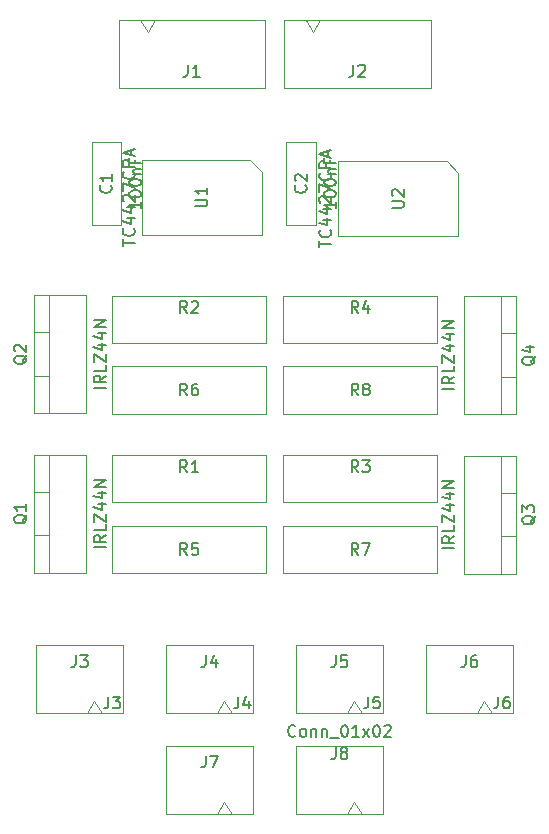
<source format=gbr>
G04 #@! TF.GenerationSoftware,KiCad,Pcbnew,5.1.10-88a1d61d58~90~ubuntu20.04.1*
G04 #@! TF.CreationDate,2022-01-16T20:59:39+00:00*
G04 #@! TF.ProjectId,hp_led_switch,68705f6c-6564-45f7-9377-697463682e6b,rev?*
G04 #@! TF.SameCoordinates,Original*
G04 #@! TF.FileFunction,Other,Fab,Top*
%FSLAX46Y46*%
G04 Gerber Fmt 4.6, Leading zero omitted, Abs format (unit mm)*
G04 Created by KiCad (PCBNEW 5.1.10-88a1d61d58~90~ubuntu20.04.1) date 2022-01-16 20:59:39*
%MOMM*%
%LPD*%
G01*
G04 APERTURE LIST*
%ADD10C,0.100000*%
%ADD11C,0.150000*%
G04 APERTURE END LIST*
D10*
X145669000Y-48498000D02*
X145669000Y-53848000D01*
X145669000Y-53848000D02*
X135509000Y-53848000D01*
X135509000Y-53848000D02*
X135509000Y-47498000D01*
X135509000Y-47498000D02*
X144669000Y-47498000D01*
X144669000Y-47498000D02*
X145669000Y-48498000D01*
X162306000Y-48625000D02*
X162306000Y-53975000D01*
X162306000Y-53975000D02*
X152146000Y-53975000D01*
X152146000Y-53975000D02*
X152146000Y-47625000D01*
X152146000Y-47625000D02*
X161306000Y-47625000D01*
X161306000Y-47625000D02*
X162306000Y-48625000D01*
X146000000Y-76500000D02*
X146000000Y-72500000D01*
X146000000Y-72500000D02*
X133000000Y-72500000D01*
X133000000Y-72500000D02*
X133000000Y-76500000D01*
X133000000Y-76500000D02*
X146000000Y-76500000D01*
X147750000Y-53000000D02*
X150250000Y-53000000D01*
X150250000Y-53000000D02*
X150250000Y-46000000D01*
X150250000Y-46000000D02*
X147750000Y-46000000D01*
X147750000Y-46000000D02*
X147750000Y-53000000D01*
X147500000Y-65000000D02*
X147500000Y-69000000D01*
X147500000Y-69000000D02*
X160500000Y-69000000D01*
X160500000Y-69000000D02*
X160500000Y-65000000D01*
X160500000Y-65000000D02*
X147500000Y-65000000D01*
X131250000Y-53000000D02*
X133750000Y-53000000D01*
X133750000Y-53000000D02*
X133750000Y-46000000D01*
X133750000Y-46000000D02*
X131250000Y-46000000D01*
X131250000Y-46000000D02*
X131250000Y-53000000D01*
X167150000Y-72540000D02*
X162750000Y-72540000D01*
X162750000Y-72540000D02*
X162750000Y-82540000D01*
X162750000Y-82540000D02*
X167150000Y-82540000D01*
X167150000Y-82540000D02*
X167150000Y-72540000D01*
X165880000Y-72540000D02*
X165880000Y-82540000D01*
X167150000Y-75690000D02*
X165880000Y-75690000D01*
X167150000Y-79390000D02*
X165880000Y-79390000D01*
X146000000Y-69000000D02*
X146000000Y-65000000D01*
X146000000Y-65000000D02*
X133000000Y-65000000D01*
X133000000Y-65000000D02*
X133000000Y-69000000D01*
X133000000Y-69000000D02*
X146000000Y-69000000D01*
X147500000Y-78500000D02*
X147500000Y-82500000D01*
X147500000Y-82500000D02*
X160500000Y-82500000D01*
X160500000Y-82500000D02*
X160500000Y-78500000D01*
X160500000Y-78500000D02*
X147500000Y-78500000D01*
X146000000Y-82500000D02*
X146000000Y-78500000D01*
X146000000Y-78500000D02*
X133000000Y-78500000D01*
X133000000Y-78500000D02*
X133000000Y-82500000D01*
X133000000Y-82500000D02*
X146000000Y-82500000D01*
X167150000Y-59040000D02*
X162750000Y-59040000D01*
X162750000Y-59040000D02*
X162750000Y-69040000D01*
X162750000Y-69040000D02*
X167150000Y-69040000D01*
X167150000Y-69040000D02*
X167150000Y-59040000D01*
X165880000Y-59040000D02*
X165880000Y-69040000D01*
X167150000Y-62190000D02*
X165880000Y-62190000D01*
X167150000Y-65890000D02*
X165880000Y-65890000D01*
X126350000Y-68960000D02*
X130750000Y-68960000D01*
X130750000Y-68960000D02*
X130750000Y-58960000D01*
X130750000Y-58960000D02*
X126350000Y-58960000D01*
X126350000Y-58960000D02*
X126350000Y-68960000D01*
X127620000Y-68960000D02*
X127620000Y-58960000D01*
X126350000Y-65810000D02*
X127620000Y-65810000D01*
X126350000Y-62110000D02*
X127620000Y-62110000D01*
X126350000Y-82460000D02*
X130750000Y-82460000D01*
X130750000Y-82460000D02*
X130750000Y-72460000D01*
X130750000Y-72460000D02*
X126350000Y-72460000D01*
X126350000Y-72460000D02*
X126350000Y-82460000D01*
X127620000Y-82460000D02*
X127620000Y-72460000D01*
X126350000Y-79310000D02*
X127620000Y-79310000D01*
X126350000Y-75610000D02*
X127620000Y-75610000D01*
X155950000Y-102850000D02*
X155950000Y-97100000D01*
X155950000Y-97100000D02*
X148550000Y-97100000D01*
X148550000Y-97100000D02*
X148550000Y-102850000D01*
X148550000Y-102850000D02*
X155950000Y-102850000D01*
X154125000Y-102850000D02*
X153500000Y-101850000D01*
X153500000Y-101850000D02*
X152875000Y-102850000D01*
X166950000Y-94350000D02*
X166950000Y-88600000D01*
X166950000Y-88600000D02*
X159550000Y-88600000D01*
X159550000Y-88600000D02*
X159550000Y-94350000D01*
X159550000Y-94350000D02*
X166950000Y-94350000D01*
X165125000Y-94350000D02*
X164500000Y-93350000D01*
X164500000Y-93350000D02*
X163875000Y-94350000D01*
X147500000Y-72500000D02*
X147500000Y-76500000D01*
X147500000Y-76500000D02*
X160500000Y-76500000D01*
X160500000Y-76500000D02*
X160500000Y-72500000D01*
X160500000Y-72500000D02*
X147500000Y-72500000D01*
X146000000Y-63000000D02*
X146000000Y-59000000D01*
X146000000Y-59000000D02*
X133000000Y-59000000D01*
X133000000Y-59000000D02*
X133000000Y-63000000D01*
X133000000Y-63000000D02*
X146000000Y-63000000D01*
X147500000Y-59000000D02*
X147500000Y-63000000D01*
X147500000Y-63000000D02*
X160500000Y-63000000D01*
X160500000Y-63000000D02*
X160500000Y-59000000D01*
X160500000Y-59000000D02*
X147500000Y-59000000D01*
X142500000Y-101850000D02*
X141875000Y-102850000D01*
X143125000Y-102850000D02*
X142500000Y-101850000D01*
X137550000Y-102850000D02*
X144950000Y-102850000D01*
X137550000Y-97100000D02*
X137550000Y-102850000D01*
X144950000Y-97100000D02*
X137550000Y-97100000D01*
X144950000Y-102850000D02*
X144950000Y-97100000D01*
X144950000Y-94350000D02*
X144950000Y-88600000D01*
X144950000Y-88600000D02*
X137550000Y-88600000D01*
X137550000Y-88600000D02*
X137550000Y-94350000D01*
X137550000Y-94350000D02*
X144950000Y-94350000D01*
X143125000Y-94350000D02*
X142500000Y-93350000D01*
X142500000Y-93350000D02*
X141875000Y-94350000D01*
X155950000Y-94350000D02*
X155950000Y-88600000D01*
X155950000Y-88600000D02*
X148550000Y-88600000D01*
X148550000Y-88600000D02*
X148550000Y-94350000D01*
X148550000Y-94350000D02*
X155950000Y-94350000D01*
X154125000Y-94350000D02*
X153500000Y-93350000D01*
X153500000Y-93350000D02*
X152875000Y-94350000D01*
X133950000Y-94350000D02*
X133950000Y-88600000D01*
X133950000Y-88600000D02*
X126550000Y-88600000D01*
X126550000Y-88600000D02*
X126550000Y-94350000D01*
X126550000Y-94350000D02*
X133950000Y-94350000D01*
X132125000Y-94350000D02*
X131500000Y-93350000D01*
X131500000Y-93350000D02*
X130875000Y-94350000D01*
X150000000Y-36650000D02*
X150625000Y-35650000D01*
X149375000Y-35650000D02*
X150000000Y-36650000D01*
X159950000Y-35650000D02*
X147550000Y-35650000D01*
X159950000Y-41400000D02*
X159950000Y-35650000D01*
X147550000Y-41400000D02*
X159950000Y-41400000D01*
X147550000Y-35650000D02*
X147550000Y-41400000D01*
X136000000Y-36650000D02*
X136625000Y-35650000D01*
X135375000Y-35650000D02*
X136000000Y-36650000D01*
X145950000Y-35650000D02*
X133550000Y-35650000D01*
X145950000Y-41400000D02*
X145950000Y-35650000D01*
X133550000Y-41400000D02*
X145950000Y-41400000D01*
X133550000Y-35650000D02*
X133550000Y-41400000D01*
D11*
X133901380Y-54792047D02*
X133901380Y-54220619D01*
X134901380Y-54506333D02*
X133901380Y-54506333D01*
X134806142Y-53315857D02*
X134853761Y-53363476D01*
X134901380Y-53506333D01*
X134901380Y-53601571D01*
X134853761Y-53744428D01*
X134758523Y-53839666D01*
X134663285Y-53887285D01*
X134472809Y-53934904D01*
X134329952Y-53934904D01*
X134139476Y-53887285D01*
X134044238Y-53839666D01*
X133949000Y-53744428D01*
X133901380Y-53601571D01*
X133901380Y-53506333D01*
X133949000Y-53363476D01*
X133996619Y-53315857D01*
X134234714Y-52458714D02*
X134901380Y-52458714D01*
X133853761Y-52696809D02*
X134568047Y-52934904D01*
X134568047Y-52315857D01*
X134234714Y-51506333D02*
X134901380Y-51506333D01*
X133853761Y-51744428D02*
X134568047Y-51982523D01*
X134568047Y-51363476D01*
X133996619Y-51030142D02*
X133949000Y-50982523D01*
X133901380Y-50887285D01*
X133901380Y-50649190D01*
X133949000Y-50553952D01*
X133996619Y-50506333D01*
X134091857Y-50458714D01*
X134187095Y-50458714D01*
X134329952Y-50506333D01*
X134901380Y-51077761D01*
X134901380Y-50458714D01*
X133901380Y-50125380D02*
X133901380Y-49458714D01*
X134901380Y-49887285D01*
X134806142Y-48506333D02*
X134853761Y-48553952D01*
X134901380Y-48696809D01*
X134901380Y-48792047D01*
X134853761Y-48934904D01*
X134758523Y-49030142D01*
X134663285Y-49077761D01*
X134472809Y-49125380D01*
X134329952Y-49125380D01*
X134139476Y-49077761D01*
X134044238Y-49030142D01*
X133949000Y-48934904D01*
X133901380Y-48792047D01*
X133901380Y-48696809D01*
X133949000Y-48553952D01*
X133996619Y-48506333D01*
X134901380Y-48077761D02*
X133901380Y-48077761D01*
X133901380Y-47696809D01*
X133949000Y-47601571D01*
X133996619Y-47553952D01*
X134091857Y-47506333D01*
X134234714Y-47506333D01*
X134329952Y-47553952D01*
X134377571Y-47601571D01*
X134425190Y-47696809D01*
X134425190Y-48077761D01*
X134615666Y-47125380D02*
X134615666Y-46649190D01*
X134901380Y-47220619D02*
X133901380Y-46887285D01*
X134901380Y-46553952D01*
X140041380Y-51434904D02*
X140850904Y-51434904D01*
X140946142Y-51387285D01*
X140993761Y-51339666D01*
X141041380Y-51244428D01*
X141041380Y-51053952D01*
X140993761Y-50958714D01*
X140946142Y-50911095D01*
X140850904Y-50863476D01*
X140041380Y-50863476D01*
X141041380Y-49863476D02*
X141041380Y-50434904D01*
X141041380Y-50149190D02*
X140041380Y-50149190D01*
X140184238Y-50244428D01*
X140279476Y-50339666D01*
X140327095Y-50434904D01*
X150538380Y-54919047D02*
X150538380Y-54347619D01*
X151538380Y-54633333D02*
X150538380Y-54633333D01*
X151443142Y-53442857D02*
X151490761Y-53490476D01*
X151538380Y-53633333D01*
X151538380Y-53728571D01*
X151490761Y-53871428D01*
X151395523Y-53966666D01*
X151300285Y-54014285D01*
X151109809Y-54061904D01*
X150966952Y-54061904D01*
X150776476Y-54014285D01*
X150681238Y-53966666D01*
X150586000Y-53871428D01*
X150538380Y-53728571D01*
X150538380Y-53633333D01*
X150586000Y-53490476D01*
X150633619Y-53442857D01*
X150871714Y-52585714D02*
X151538380Y-52585714D01*
X150490761Y-52823809D02*
X151205047Y-53061904D01*
X151205047Y-52442857D01*
X150871714Y-51633333D02*
X151538380Y-51633333D01*
X150490761Y-51871428D02*
X151205047Y-52109523D01*
X151205047Y-51490476D01*
X150633619Y-51157142D02*
X150586000Y-51109523D01*
X150538380Y-51014285D01*
X150538380Y-50776190D01*
X150586000Y-50680952D01*
X150633619Y-50633333D01*
X150728857Y-50585714D01*
X150824095Y-50585714D01*
X150966952Y-50633333D01*
X151538380Y-51204761D01*
X151538380Y-50585714D01*
X150538380Y-50252380D02*
X150538380Y-49585714D01*
X151538380Y-50014285D01*
X151443142Y-48633333D02*
X151490761Y-48680952D01*
X151538380Y-48823809D01*
X151538380Y-48919047D01*
X151490761Y-49061904D01*
X151395523Y-49157142D01*
X151300285Y-49204761D01*
X151109809Y-49252380D01*
X150966952Y-49252380D01*
X150776476Y-49204761D01*
X150681238Y-49157142D01*
X150586000Y-49061904D01*
X150538380Y-48919047D01*
X150538380Y-48823809D01*
X150586000Y-48680952D01*
X150633619Y-48633333D01*
X151538380Y-48204761D02*
X150538380Y-48204761D01*
X150538380Y-47823809D01*
X150586000Y-47728571D01*
X150633619Y-47680952D01*
X150728857Y-47633333D01*
X150871714Y-47633333D01*
X150966952Y-47680952D01*
X151014571Y-47728571D01*
X151062190Y-47823809D01*
X151062190Y-48204761D01*
X151252666Y-47252380D02*
X151252666Y-46776190D01*
X151538380Y-47347619D02*
X150538380Y-47014285D01*
X151538380Y-46680952D01*
X156678380Y-51561904D02*
X157487904Y-51561904D01*
X157583142Y-51514285D01*
X157630761Y-51466666D01*
X157678380Y-51371428D01*
X157678380Y-51180952D01*
X157630761Y-51085714D01*
X157583142Y-51038095D01*
X157487904Y-50990476D01*
X156678380Y-50990476D01*
X156773619Y-50561904D02*
X156726000Y-50514285D01*
X156678380Y-50419047D01*
X156678380Y-50180952D01*
X156726000Y-50085714D01*
X156773619Y-50038095D01*
X156868857Y-49990476D01*
X156964095Y-49990476D01*
X157106952Y-50038095D01*
X157678380Y-50609523D01*
X157678380Y-49990476D01*
X139333333Y-73952380D02*
X139000000Y-73476190D01*
X138761904Y-73952380D02*
X138761904Y-72952380D01*
X139142857Y-72952380D01*
X139238095Y-73000000D01*
X139285714Y-73047619D01*
X139333333Y-73142857D01*
X139333333Y-73285714D01*
X139285714Y-73380952D01*
X139238095Y-73428571D01*
X139142857Y-73476190D01*
X138761904Y-73476190D01*
X140285714Y-73952380D02*
X139714285Y-73952380D01*
X140000000Y-73952380D02*
X140000000Y-72952380D01*
X139904761Y-73095238D01*
X139809523Y-73190476D01*
X139714285Y-73238095D01*
X151952380Y-51047619D02*
X151952380Y-51619047D01*
X151952380Y-51333333D02*
X150952380Y-51333333D01*
X151095238Y-51428571D01*
X151190476Y-51523809D01*
X151238095Y-51619047D01*
X150952380Y-50428571D02*
X150952380Y-50333333D01*
X151000000Y-50238095D01*
X151047619Y-50190476D01*
X151142857Y-50142857D01*
X151333333Y-50095238D01*
X151571428Y-50095238D01*
X151761904Y-50142857D01*
X151857142Y-50190476D01*
X151904761Y-50238095D01*
X151952380Y-50333333D01*
X151952380Y-50428571D01*
X151904761Y-50523809D01*
X151857142Y-50571428D01*
X151761904Y-50619047D01*
X151571428Y-50666666D01*
X151333333Y-50666666D01*
X151142857Y-50619047D01*
X151047619Y-50571428D01*
X151000000Y-50523809D01*
X150952380Y-50428571D01*
X150952380Y-49476190D02*
X150952380Y-49380952D01*
X151000000Y-49285714D01*
X151047619Y-49238095D01*
X151142857Y-49190476D01*
X151333333Y-49142857D01*
X151571428Y-49142857D01*
X151761904Y-49190476D01*
X151857142Y-49238095D01*
X151904761Y-49285714D01*
X151952380Y-49380952D01*
X151952380Y-49476190D01*
X151904761Y-49571428D01*
X151857142Y-49619047D01*
X151761904Y-49666666D01*
X151571428Y-49714285D01*
X151333333Y-49714285D01*
X151142857Y-49666666D01*
X151047619Y-49619047D01*
X151000000Y-49571428D01*
X150952380Y-49476190D01*
X151285714Y-48714285D02*
X151952380Y-48714285D01*
X151380952Y-48714285D02*
X151333333Y-48666666D01*
X151285714Y-48571428D01*
X151285714Y-48428571D01*
X151333333Y-48333333D01*
X151428571Y-48285714D01*
X151952380Y-48285714D01*
X151428571Y-47476190D02*
X151428571Y-47809523D01*
X151952380Y-47809523D02*
X150952380Y-47809523D01*
X150952380Y-47333333D01*
X149357142Y-49666666D02*
X149404761Y-49714285D01*
X149452380Y-49857142D01*
X149452380Y-49952380D01*
X149404761Y-50095238D01*
X149309523Y-50190476D01*
X149214285Y-50238095D01*
X149023809Y-50285714D01*
X148880952Y-50285714D01*
X148690476Y-50238095D01*
X148595238Y-50190476D01*
X148500000Y-50095238D01*
X148452380Y-49952380D01*
X148452380Y-49857142D01*
X148500000Y-49714285D01*
X148547619Y-49666666D01*
X148547619Y-49285714D02*
X148500000Y-49238095D01*
X148452380Y-49142857D01*
X148452380Y-48904761D01*
X148500000Y-48809523D01*
X148547619Y-48761904D01*
X148642857Y-48714285D01*
X148738095Y-48714285D01*
X148880952Y-48761904D01*
X149452380Y-49333333D01*
X149452380Y-48714285D01*
X153833333Y-67452380D02*
X153500000Y-66976190D01*
X153261904Y-67452380D02*
X153261904Y-66452380D01*
X153642857Y-66452380D01*
X153738095Y-66500000D01*
X153785714Y-66547619D01*
X153833333Y-66642857D01*
X153833333Y-66785714D01*
X153785714Y-66880952D01*
X153738095Y-66928571D01*
X153642857Y-66976190D01*
X153261904Y-66976190D01*
X154404761Y-66880952D02*
X154309523Y-66833333D01*
X154261904Y-66785714D01*
X154214285Y-66690476D01*
X154214285Y-66642857D01*
X154261904Y-66547619D01*
X154309523Y-66500000D01*
X154404761Y-66452380D01*
X154595238Y-66452380D01*
X154690476Y-66500000D01*
X154738095Y-66547619D01*
X154785714Y-66642857D01*
X154785714Y-66690476D01*
X154738095Y-66785714D01*
X154690476Y-66833333D01*
X154595238Y-66880952D01*
X154404761Y-66880952D01*
X154309523Y-66928571D01*
X154261904Y-66976190D01*
X154214285Y-67071428D01*
X154214285Y-67261904D01*
X154261904Y-67357142D01*
X154309523Y-67404761D01*
X154404761Y-67452380D01*
X154595238Y-67452380D01*
X154690476Y-67404761D01*
X154738095Y-67357142D01*
X154785714Y-67261904D01*
X154785714Y-67071428D01*
X154738095Y-66976190D01*
X154690476Y-66928571D01*
X154595238Y-66880952D01*
X135452380Y-51047619D02*
X135452380Y-51619047D01*
X135452380Y-51333333D02*
X134452380Y-51333333D01*
X134595238Y-51428571D01*
X134690476Y-51523809D01*
X134738095Y-51619047D01*
X134452380Y-50428571D02*
X134452380Y-50333333D01*
X134500000Y-50238095D01*
X134547619Y-50190476D01*
X134642857Y-50142857D01*
X134833333Y-50095238D01*
X135071428Y-50095238D01*
X135261904Y-50142857D01*
X135357142Y-50190476D01*
X135404761Y-50238095D01*
X135452380Y-50333333D01*
X135452380Y-50428571D01*
X135404761Y-50523809D01*
X135357142Y-50571428D01*
X135261904Y-50619047D01*
X135071428Y-50666666D01*
X134833333Y-50666666D01*
X134642857Y-50619047D01*
X134547619Y-50571428D01*
X134500000Y-50523809D01*
X134452380Y-50428571D01*
X134452380Y-49476190D02*
X134452380Y-49380952D01*
X134500000Y-49285714D01*
X134547619Y-49238095D01*
X134642857Y-49190476D01*
X134833333Y-49142857D01*
X135071428Y-49142857D01*
X135261904Y-49190476D01*
X135357142Y-49238095D01*
X135404761Y-49285714D01*
X135452380Y-49380952D01*
X135452380Y-49476190D01*
X135404761Y-49571428D01*
X135357142Y-49619047D01*
X135261904Y-49666666D01*
X135071428Y-49714285D01*
X134833333Y-49714285D01*
X134642857Y-49666666D01*
X134547619Y-49619047D01*
X134500000Y-49571428D01*
X134452380Y-49476190D01*
X134785714Y-48714285D02*
X135452380Y-48714285D01*
X134880952Y-48714285D02*
X134833333Y-48666666D01*
X134785714Y-48571428D01*
X134785714Y-48428571D01*
X134833333Y-48333333D01*
X134928571Y-48285714D01*
X135452380Y-48285714D01*
X134928571Y-47476190D02*
X134928571Y-47809523D01*
X135452380Y-47809523D02*
X134452380Y-47809523D01*
X134452380Y-47333333D01*
X132857142Y-49666666D02*
X132904761Y-49714285D01*
X132952380Y-49857142D01*
X132952380Y-49952380D01*
X132904761Y-50095238D01*
X132809523Y-50190476D01*
X132714285Y-50238095D01*
X132523809Y-50285714D01*
X132380952Y-50285714D01*
X132190476Y-50238095D01*
X132095238Y-50190476D01*
X132000000Y-50095238D01*
X131952380Y-49952380D01*
X131952380Y-49857142D01*
X132000000Y-49714285D01*
X132047619Y-49666666D01*
X132952380Y-48714285D02*
X132952380Y-49285714D01*
X132952380Y-49000000D02*
X131952380Y-49000000D01*
X132095238Y-49095238D01*
X132190476Y-49190476D01*
X132238095Y-49285714D01*
X161952380Y-80397142D02*
X160952380Y-80397142D01*
X161952380Y-79349523D02*
X161476190Y-79682857D01*
X161952380Y-79920952D02*
X160952380Y-79920952D01*
X160952380Y-79540000D01*
X161000000Y-79444761D01*
X161047619Y-79397142D01*
X161142857Y-79349523D01*
X161285714Y-79349523D01*
X161380952Y-79397142D01*
X161428571Y-79444761D01*
X161476190Y-79540000D01*
X161476190Y-79920952D01*
X161952380Y-78444761D02*
X161952380Y-78920952D01*
X160952380Y-78920952D01*
X160952380Y-78206666D02*
X160952380Y-77540000D01*
X161952380Y-78206666D01*
X161952380Y-77540000D01*
X161285714Y-76730476D02*
X161952380Y-76730476D01*
X160904761Y-76968571D02*
X161619047Y-77206666D01*
X161619047Y-76587619D01*
X161285714Y-75778095D02*
X161952380Y-75778095D01*
X160904761Y-76016190D02*
X161619047Y-76254285D01*
X161619047Y-75635238D01*
X161952380Y-75254285D02*
X160952380Y-75254285D01*
X161952380Y-74682857D01*
X160952380Y-74682857D01*
X168817619Y-77635238D02*
X168770000Y-77730476D01*
X168674761Y-77825714D01*
X168531904Y-77968571D01*
X168484285Y-78063809D01*
X168484285Y-78159047D01*
X168722380Y-78111428D02*
X168674761Y-78206666D01*
X168579523Y-78301904D01*
X168389047Y-78349523D01*
X168055714Y-78349523D01*
X167865238Y-78301904D01*
X167770000Y-78206666D01*
X167722380Y-78111428D01*
X167722380Y-77920952D01*
X167770000Y-77825714D01*
X167865238Y-77730476D01*
X168055714Y-77682857D01*
X168389047Y-77682857D01*
X168579523Y-77730476D01*
X168674761Y-77825714D01*
X168722380Y-77920952D01*
X168722380Y-78111428D01*
X167722380Y-77349523D02*
X167722380Y-76730476D01*
X168103333Y-77063809D01*
X168103333Y-76920952D01*
X168150952Y-76825714D01*
X168198571Y-76778095D01*
X168293809Y-76730476D01*
X168531904Y-76730476D01*
X168627142Y-76778095D01*
X168674761Y-76825714D01*
X168722380Y-76920952D01*
X168722380Y-77206666D01*
X168674761Y-77301904D01*
X168627142Y-77349523D01*
X139333333Y-67452380D02*
X139000000Y-66976190D01*
X138761904Y-67452380D02*
X138761904Y-66452380D01*
X139142857Y-66452380D01*
X139238095Y-66500000D01*
X139285714Y-66547619D01*
X139333333Y-66642857D01*
X139333333Y-66785714D01*
X139285714Y-66880952D01*
X139238095Y-66928571D01*
X139142857Y-66976190D01*
X138761904Y-66976190D01*
X140190476Y-66452380D02*
X140000000Y-66452380D01*
X139904761Y-66500000D01*
X139857142Y-66547619D01*
X139761904Y-66690476D01*
X139714285Y-66880952D01*
X139714285Y-67261904D01*
X139761904Y-67357142D01*
X139809523Y-67404761D01*
X139904761Y-67452380D01*
X140095238Y-67452380D01*
X140190476Y-67404761D01*
X140238095Y-67357142D01*
X140285714Y-67261904D01*
X140285714Y-67023809D01*
X140238095Y-66928571D01*
X140190476Y-66880952D01*
X140095238Y-66833333D01*
X139904761Y-66833333D01*
X139809523Y-66880952D01*
X139761904Y-66928571D01*
X139714285Y-67023809D01*
X153833333Y-80952380D02*
X153500000Y-80476190D01*
X153261904Y-80952380D02*
X153261904Y-79952380D01*
X153642857Y-79952380D01*
X153738095Y-80000000D01*
X153785714Y-80047619D01*
X153833333Y-80142857D01*
X153833333Y-80285714D01*
X153785714Y-80380952D01*
X153738095Y-80428571D01*
X153642857Y-80476190D01*
X153261904Y-80476190D01*
X154166666Y-79952380D02*
X154833333Y-79952380D01*
X154404761Y-80952380D01*
X139333333Y-80952380D02*
X139000000Y-80476190D01*
X138761904Y-80952380D02*
X138761904Y-79952380D01*
X139142857Y-79952380D01*
X139238095Y-80000000D01*
X139285714Y-80047619D01*
X139333333Y-80142857D01*
X139333333Y-80285714D01*
X139285714Y-80380952D01*
X139238095Y-80428571D01*
X139142857Y-80476190D01*
X138761904Y-80476190D01*
X140238095Y-79952380D02*
X139761904Y-79952380D01*
X139714285Y-80428571D01*
X139761904Y-80380952D01*
X139857142Y-80333333D01*
X140095238Y-80333333D01*
X140190476Y-80380952D01*
X140238095Y-80428571D01*
X140285714Y-80523809D01*
X140285714Y-80761904D01*
X140238095Y-80857142D01*
X140190476Y-80904761D01*
X140095238Y-80952380D01*
X139857142Y-80952380D01*
X139761904Y-80904761D01*
X139714285Y-80857142D01*
X161952380Y-66897142D02*
X160952380Y-66897142D01*
X161952380Y-65849523D02*
X161476190Y-66182857D01*
X161952380Y-66420952D02*
X160952380Y-66420952D01*
X160952380Y-66040000D01*
X161000000Y-65944761D01*
X161047619Y-65897142D01*
X161142857Y-65849523D01*
X161285714Y-65849523D01*
X161380952Y-65897142D01*
X161428571Y-65944761D01*
X161476190Y-66040000D01*
X161476190Y-66420952D01*
X161952380Y-64944761D02*
X161952380Y-65420952D01*
X160952380Y-65420952D01*
X160952380Y-64706666D02*
X160952380Y-64040000D01*
X161952380Y-64706666D01*
X161952380Y-64040000D01*
X161285714Y-63230476D02*
X161952380Y-63230476D01*
X160904761Y-63468571D02*
X161619047Y-63706666D01*
X161619047Y-63087619D01*
X161285714Y-62278095D02*
X161952380Y-62278095D01*
X160904761Y-62516190D02*
X161619047Y-62754285D01*
X161619047Y-62135238D01*
X161952380Y-61754285D02*
X160952380Y-61754285D01*
X161952380Y-61182857D01*
X160952380Y-61182857D01*
X168817619Y-64135238D02*
X168770000Y-64230476D01*
X168674761Y-64325714D01*
X168531904Y-64468571D01*
X168484285Y-64563809D01*
X168484285Y-64659047D01*
X168722380Y-64611428D02*
X168674761Y-64706666D01*
X168579523Y-64801904D01*
X168389047Y-64849523D01*
X168055714Y-64849523D01*
X167865238Y-64801904D01*
X167770000Y-64706666D01*
X167722380Y-64611428D01*
X167722380Y-64420952D01*
X167770000Y-64325714D01*
X167865238Y-64230476D01*
X168055714Y-64182857D01*
X168389047Y-64182857D01*
X168579523Y-64230476D01*
X168674761Y-64325714D01*
X168722380Y-64420952D01*
X168722380Y-64611428D01*
X168055714Y-63325714D02*
X168722380Y-63325714D01*
X167674761Y-63563809D02*
X168389047Y-63801904D01*
X168389047Y-63182857D01*
X132452380Y-66817142D02*
X131452380Y-66817142D01*
X132452380Y-65769523D02*
X131976190Y-66102857D01*
X132452380Y-66340952D02*
X131452380Y-66340952D01*
X131452380Y-65960000D01*
X131500000Y-65864761D01*
X131547619Y-65817142D01*
X131642857Y-65769523D01*
X131785714Y-65769523D01*
X131880952Y-65817142D01*
X131928571Y-65864761D01*
X131976190Y-65960000D01*
X131976190Y-66340952D01*
X132452380Y-64864761D02*
X132452380Y-65340952D01*
X131452380Y-65340952D01*
X131452380Y-64626666D02*
X131452380Y-63960000D01*
X132452380Y-64626666D01*
X132452380Y-63960000D01*
X131785714Y-63150476D02*
X132452380Y-63150476D01*
X131404761Y-63388571D02*
X132119047Y-63626666D01*
X132119047Y-63007619D01*
X131785714Y-62198095D02*
X132452380Y-62198095D01*
X131404761Y-62436190D02*
X132119047Y-62674285D01*
X132119047Y-62055238D01*
X132452380Y-61674285D02*
X131452380Y-61674285D01*
X132452380Y-61102857D01*
X131452380Y-61102857D01*
X125777619Y-64055238D02*
X125730000Y-64150476D01*
X125634761Y-64245714D01*
X125491904Y-64388571D01*
X125444285Y-64483809D01*
X125444285Y-64579047D01*
X125682380Y-64531428D02*
X125634761Y-64626666D01*
X125539523Y-64721904D01*
X125349047Y-64769523D01*
X125015714Y-64769523D01*
X124825238Y-64721904D01*
X124730000Y-64626666D01*
X124682380Y-64531428D01*
X124682380Y-64340952D01*
X124730000Y-64245714D01*
X124825238Y-64150476D01*
X125015714Y-64102857D01*
X125349047Y-64102857D01*
X125539523Y-64150476D01*
X125634761Y-64245714D01*
X125682380Y-64340952D01*
X125682380Y-64531428D01*
X124777619Y-63721904D02*
X124730000Y-63674285D01*
X124682380Y-63579047D01*
X124682380Y-63340952D01*
X124730000Y-63245714D01*
X124777619Y-63198095D01*
X124872857Y-63150476D01*
X124968095Y-63150476D01*
X125110952Y-63198095D01*
X125682380Y-63769523D01*
X125682380Y-63150476D01*
X132452380Y-80317142D02*
X131452380Y-80317142D01*
X132452380Y-79269523D02*
X131976190Y-79602857D01*
X132452380Y-79840952D02*
X131452380Y-79840952D01*
X131452380Y-79460000D01*
X131500000Y-79364761D01*
X131547619Y-79317142D01*
X131642857Y-79269523D01*
X131785714Y-79269523D01*
X131880952Y-79317142D01*
X131928571Y-79364761D01*
X131976190Y-79460000D01*
X131976190Y-79840952D01*
X132452380Y-78364761D02*
X132452380Y-78840952D01*
X131452380Y-78840952D01*
X131452380Y-78126666D02*
X131452380Y-77460000D01*
X132452380Y-78126666D01*
X132452380Y-77460000D01*
X131785714Y-76650476D02*
X132452380Y-76650476D01*
X131404761Y-76888571D02*
X132119047Y-77126666D01*
X132119047Y-76507619D01*
X131785714Y-75698095D02*
X132452380Y-75698095D01*
X131404761Y-75936190D02*
X132119047Y-76174285D01*
X132119047Y-75555238D01*
X132452380Y-75174285D02*
X131452380Y-75174285D01*
X132452380Y-74602857D01*
X131452380Y-74602857D01*
X125777619Y-77555238D02*
X125730000Y-77650476D01*
X125634761Y-77745714D01*
X125491904Y-77888571D01*
X125444285Y-77983809D01*
X125444285Y-78079047D01*
X125682380Y-78031428D02*
X125634761Y-78126666D01*
X125539523Y-78221904D01*
X125349047Y-78269523D01*
X125015714Y-78269523D01*
X124825238Y-78221904D01*
X124730000Y-78126666D01*
X124682380Y-78031428D01*
X124682380Y-77840952D01*
X124730000Y-77745714D01*
X124825238Y-77650476D01*
X125015714Y-77602857D01*
X125349047Y-77602857D01*
X125539523Y-77650476D01*
X125634761Y-77745714D01*
X125682380Y-77840952D01*
X125682380Y-78031428D01*
X125682380Y-76650476D02*
X125682380Y-77221904D01*
X125682380Y-76936190D02*
X124682380Y-76936190D01*
X124825238Y-77031428D01*
X124920476Y-77126666D01*
X124968095Y-77221904D01*
X148511904Y-96257142D02*
X148464285Y-96304761D01*
X148321428Y-96352380D01*
X148226190Y-96352380D01*
X148083333Y-96304761D01*
X147988095Y-96209523D01*
X147940476Y-96114285D01*
X147892857Y-95923809D01*
X147892857Y-95780952D01*
X147940476Y-95590476D01*
X147988095Y-95495238D01*
X148083333Y-95400000D01*
X148226190Y-95352380D01*
X148321428Y-95352380D01*
X148464285Y-95400000D01*
X148511904Y-95447619D01*
X149083333Y-96352380D02*
X148988095Y-96304761D01*
X148940476Y-96257142D01*
X148892857Y-96161904D01*
X148892857Y-95876190D01*
X148940476Y-95780952D01*
X148988095Y-95733333D01*
X149083333Y-95685714D01*
X149226190Y-95685714D01*
X149321428Y-95733333D01*
X149369047Y-95780952D01*
X149416666Y-95876190D01*
X149416666Y-96161904D01*
X149369047Y-96257142D01*
X149321428Y-96304761D01*
X149226190Y-96352380D01*
X149083333Y-96352380D01*
X149845238Y-95685714D02*
X149845238Y-96352380D01*
X149845238Y-95780952D02*
X149892857Y-95733333D01*
X149988095Y-95685714D01*
X150130952Y-95685714D01*
X150226190Y-95733333D01*
X150273809Y-95828571D01*
X150273809Y-96352380D01*
X150750000Y-95685714D02*
X150750000Y-96352380D01*
X150750000Y-95780952D02*
X150797619Y-95733333D01*
X150892857Y-95685714D01*
X151035714Y-95685714D01*
X151130952Y-95733333D01*
X151178571Y-95828571D01*
X151178571Y-96352380D01*
X151416666Y-96447619D02*
X152178571Y-96447619D01*
X152607142Y-95352380D02*
X152702380Y-95352380D01*
X152797619Y-95400000D01*
X152845238Y-95447619D01*
X152892857Y-95542857D01*
X152940476Y-95733333D01*
X152940476Y-95971428D01*
X152892857Y-96161904D01*
X152845238Y-96257142D01*
X152797619Y-96304761D01*
X152702380Y-96352380D01*
X152607142Y-96352380D01*
X152511904Y-96304761D01*
X152464285Y-96257142D01*
X152416666Y-96161904D01*
X152369047Y-95971428D01*
X152369047Y-95733333D01*
X152416666Y-95542857D01*
X152464285Y-95447619D01*
X152511904Y-95400000D01*
X152607142Y-95352380D01*
X153892857Y-96352380D02*
X153321428Y-96352380D01*
X153607142Y-96352380D02*
X153607142Y-95352380D01*
X153511904Y-95495238D01*
X153416666Y-95590476D01*
X153321428Y-95638095D01*
X154226190Y-96352380D02*
X154750000Y-95685714D01*
X154226190Y-95685714D02*
X154750000Y-96352380D01*
X155321428Y-95352380D02*
X155416666Y-95352380D01*
X155511904Y-95400000D01*
X155559523Y-95447619D01*
X155607142Y-95542857D01*
X155654761Y-95733333D01*
X155654761Y-95971428D01*
X155607142Y-96161904D01*
X155559523Y-96257142D01*
X155511904Y-96304761D01*
X155416666Y-96352380D01*
X155321428Y-96352380D01*
X155226190Y-96304761D01*
X155178571Y-96257142D01*
X155130952Y-96161904D01*
X155083333Y-95971428D01*
X155083333Y-95733333D01*
X155130952Y-95542857D01*
X155178571Y-95447619D01*
X155226190Y-95400000D01*
X155321428Y-95352380D01*
X156035714Y-95447619D02*
X156083333Y-95400000D01*
X156178571Y-95352380D01*
X156416666Y-95352380D01*
X156511904Y-95400000D01*
X156559523Y-95447619D01*
X156607142Y-95542857D01*
X156607142Y-95638095D01*
X156559523Y-95780952D01*
X155988095Y-96352380D01*
X156607142Y-96352380D01*
X151916666Y-97252380D02*
X151916666Y-97966666D01*
X151869047Y-98109523D01*
X151773809Y-98204761D01*
X151630952Y-98252380D01*
X151535714Y-98252380D01*
X152535714Y-97680952D02*
X152440476Y-97633333D01*
X152392857Y-97585714D01*
X152345238Y-97490476D01*
X152345238Y-97442857D01*
X152392857Y-97347619D01*
X152440476Y-97300000D01*
X152535714Y-97252380D01*
X152726190Y-97252380D01*
X152821428Y-97300000D01*
X152869047Y-97347619D01*
X152916666Y-97442857D01*
X152916666Y-97490476D01*
X152869047Y-97585714D01*
X152821428Y-97633333D01*
X152726190Y-97680952D01*
X152535714Y-97680952D01*
X152440476Y-97728571D01*
X152392857Y-97776190D01*
X152345238Y-97871428D01*
X152345238Y-98061904D01*
X152392857Y-98157142D01*
X152440476Y-98204761D01*
X152535714Y-98252380D01*
X152726190Y-98252380D01*
X152821428Y-98204761D01*
X152869047Y-98157142D01*
X152916666Y-98061904D01*
X152916666Y-97871428D01*
X152869047Y-97776190D01*
X152821428Y-97728571D01*
X152726190Y-97680952D01*
X165666666Y-92952380D02*
X165666666Y-93666666D01*
X165619047Y-93809523D01*
X165523809Y-93904761D01*
X165380952Y-93952380D01*
X165285714Y-93952380D01*
X166571428Y-92952380D02*
X166380952Y-92952380D01*
X166285714Y-93000000D01*
X166238095Y-93047619D01*
X166142857Y-93190476D01*
X166095238Y-93380952D01*
X166095238Y-93761904D01*
X166142857Y-93857142D01*
X166190476Y-93904761D01*
X166285714Y-93952380D01*
X166476190Y-93952380D01*
X166571428Y-93904761D01*
X166619047Y-93857142D01*
X166666666Y-93761904D01*
X166666666Y-93523809D01*
X166619047Y-93428571D01*
X166571428Y-93380952D01*
X166476190Y-93333333D01*
X166285714Y-93333333D01*
X166190476Y-93380952D01*
X166142857Y-93428571D01*
X166095238Y-93523809D01*
X162916666Y-89452380D02*
X162916666Y-90166666D01*
X162869047Y-90309523D01*
X162773809Y-90404761D01*
X162630952Y-90452380D01*
X162535714Y-90452380D01*
X163821428Y-89452380D02*
X163630952Y-89452380D01*
X163535714Y-89500000D01*
X163488095Y-89547619D01*
X163392857Y-89690476D01*
X163345238Y-89880952D01*
X163345238Y-90261904D01*
X163392857Y-90357142D01*
X163440476Y-90404761D01*
X163535714Y-90452380D01*
X163726190Y-90452380D01*
X163821428Y-90404761D01*
X163869047Y-90357142D01*
X163916666Y-90261904D01*
X163916666Y-90023809D01*
X163869047Y-89928571D01*
X163821428Y-89880952D01*
X163726190Y-89833333D01*
X163535714Y-89833333D01*
X163440476Y-89880952D01*
X163392857Y-89928571D01*
X163345238Y-90023809D01*
X153833333Y-73952380D02*
X153500000Y-73476190D01*
X153261904Y-73952380D02*
X153261904Y-72952380D01*
X153642857Y-72952380D01*
X153738095Y-73000000D01*
X153785714Y-73047619D01*
X153833333Y-73142857D01*
X153833333Y-73285714D01*
X153785714Y-73380952D01*
X153738095Y-73428571D01*
X153642857Y-73476190D01*
X153261904Y-73476190D01*
X154166666Y-72952380D02*
X154785714Y-72952380D01*
X154452380Y-73333333D01*
X154595238Y-73333333D01*
X154690476Y-73380952D01*
X154738095Y-73428571D01*
X154785714Y-73523809D01*
X154785714Y-73761904D01*
X154738095Y-73857142D01*
X154690476Y-73904761D01*
X154595238Y-73952380D01*
X154309523Y-73952380D01*
X154214285Y-73904761D01*
X154166666Y-73857142D01*
X139333333Y-60452380D02*
X139000000Y-59976190D01*
X138761904Y-60452380D02*
X138761904Y-59452380D01*
X139142857Y-59452380D01*
X139238095Y-59500000D01*
X139285714Y-59547619D01*
X139333333Y-59642857D01*
X139333333Y-59785714D01*
X139285714Y-59880952D01*
X139238095Y-59928571D01*
X139142857Y-59976190D01*
X138761904Y-59976190D01*
X139714285Y-59547619D02*
X139761904Y-59500000D01*
X139857142Y-59452380D01*
X140095238Y-59452380D01*
X140190476Y-59500000D01*
X140238095Y-59547619D01*
X140285714Y-59642857D01*
X140285714Y-59738095D01*
X140238095Y-59880952D01*
X139666666Y-60452380D01*
X140285714Y-60452380D01*
X153833333Y-60452380D02*
X153500000Y-59976190D01*
X153261904Y-60452380D02*
X153261904Y-59452380D01*
X153642857Y-59452380D01*
X153738095Y-59500000D01*
X153785714Y-59547619D01*
X153833333Y-59642857D01*
X153833333Y-59785714D01*
X153785714Y-59880952D01*
X153738095Y-59928571D01*
X153642857Y-59976190D01*
X153261904Y-59976190D01*
X154690476Y-59785714D02*
X154690476Y-60452380D01*
X154452380Y-59404761D02*
X154214285Y-60119047D01*
X154833333Y-60119047D01*
X140916666Y-97952380D02*
X140916666Y-98666666D01*
X140869047Y-98809523D01*
X140773809Y-98904761D01*
X140630952Y-98952380D01*
X140535714Y-98952380D01*
X141297619Y-97952380D02*
X141964285Y-97952380D01*
X141535714Y-98952380D01*
X143666666Y-92952380D02*
X143666666Y-93666666D01*
X143619047Y-93809523D01*
X143523809Y-93904761D01*
X143380952Y-93952380D01*
X143285714Y-93952380D01*
X144571428Y-93285714D02*
X144571428Y-93952380D01*
X144333333Y-92904761D02*
X144095238Y-93619047D01*
X144714285Y-93619047D01*
X140916666Y-89452380D02*
X140916666Y-90166666D01*
X140869047Y-90309523D01*
X140773809Y-90404761D01*
X140630952Y-90452380D01*
X140535714Y-90452380D01*
X141821428Y-89785714D02*
X141821428Y-90452380D01*
X141583333Y-89404761D02*
X141345238Y-90119047D01*
X141964285Y-90119047D01*
X154666666Y-92952380D02*
X154666666Y-93666666D01*
X154619047Y-93809523D01*
X154523809Y-93904761D01*
X154380952Y-93952380D01*
X154285714Y-93952380D01*
X155619047Y-92952380D02*
X155142857Y-92952380D01*
X155095238Y-93428571D01*
X155142857Y-93380952D01*
X155238095Y-93333333D01*
X155476190Y-93333333D01*
X155571428Y-93380952D01*
X155619047Y-93428571D01*
X155666666Y-93523809D01*
X155666666Y-93761904D01*
X155619047Y-93857142D01*
X155571428Y-93904761D01*
X155476190Y-93952380D01*
X155238095Y-93952380D01*
X155142857Y-93904761D01*
X155095238Y-93857142D01*
X151916666Y-89452380D02*
X151916666Y-90166666D01*
X151869047Y-90309523D01*
X151773809Y-90404761D01*
X151630952Y-90452380D01*
X151535714Y-90452380D01*
X152869047Y-89452380D02*
X152392857Y-89452380D01*
X152345238Y-89928571D01*
X152392857Y-89880952D01*
X152488095Y-89833333D01*
X152726190Y-89833333D01*
X152821428Y-89880952D01*
X152869047Y-89928571D01*
X152916666Y-90023809D01*
X152916666Y-90261904D01*
X152869047Y-90357142D01*
X152821428Y-90404761D01*
X152726190Y-90452380D01*
X152488095Y-90452380D01*
X152392857Y-90404761D01*
X152345238Y-90357142D01*
X132666666Y-92952380D02*
X132666666Y-93666666D01*
X132619047Y-93809523D01*
X132523809Y-93904761D01*
X132380952Y-93952380D01*
X132285714Y-93952380D01*
X133047619Y-92952380D02*
X133666666Y-92952380D01*
X133333333Y-93333333D01*
X133476190Y-93333333D01*
X133571428Y-93380952D01*
X133619047Y-93428571D01*
X133666666Y-93523809D01*
X133666666Y-93761904D01*
X133619047Y-93857142D01*
X133571428Y-93904761D01*
X133476190Y-93952380D01*
X133190476Y-93952380D01*
X133095238Y-93904761D01*
X133047619Y-93857142D01*
X129916666Y-89452380D02*
X129916666Y-90166666D01*
X129869047Y-90309523D01*
X129773809Y-90404761D01*
X129630952Y-90452380D01*
X129535714Y-90452380D01*
X130297619Y-89452380D02*
X130916666Y-89452380D01*
X130583333Y-89833333D01*
X130726190Y-89833333D01*
X130821428Y-89880952D01*
X130869047Y-89928571D01*
X130916666Y-90023809D01*
X130916666Y-90261904D01*
X130869047Y-90357142D01*
X130821428Y-90404761D01*
X130726190Y-90452380D01*
X130440476Y-90452380D01*
X130345238Y-90404761D01*
X130297619Y-90357142D01*
X153416666Y-39452380D02*
X153416666Y-40166666D01*
X153369047Y-40309523D01*
X153273809Y-40404761D01*
X153130952Y-40452380D01*
X153035714Y-40452380D01*
X153845238Y-39547619D02*
X153892857Y-39500000D01*
X153988095Y-39452380D01*
X154226190Y-39452380D01*
X154321428Y-39500000D01*
X154369047Y-39547619D01*
X154416666Y-39642857D01*
X154416666Y-39738095D01*
X154369047Y-39880952D01*
X153797619Y-40452380D01*
X154416666Y-40452380D01*
X139416666Y-39452380D02*
X139416666Y-40166666D01*
X139369047Y-40309523D01*
X139273809Y-40404761D01*
X139130952Y-40452380D01*
X139035714Y-40452380D01*
X140416666Y-40452380D02*
X139845238Y-40452380D01*
X140130952Y-40452380D02*
X140130952Y-39452380D01*
X140035714Y-39595238D01*
X139940476Y-39690476D01*
X139845238Y-39738095D01*
M02*

</source>
